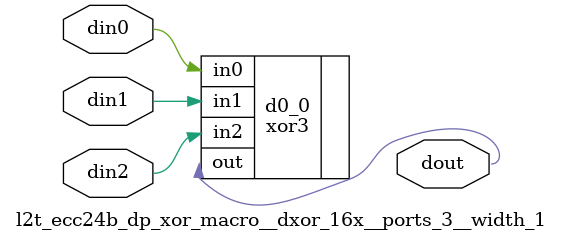
<source format=v>
module l2t_ecc24b_dp (
  din, 
  dout, 
  parity);
wire p1_10;
wire p1_11;
wire p1_12;
wire p1_13;
wire p1_14;
wire p1_20;
wire p2_10;
wire p2_11;
wire p2_12;
wire p2_13;
wire p2_20;
wire p4_10;
wire p4_11;
wire p4_12;
wire p4_13;
wire p4_20;
wire p8_10;
wire p8_11;
wire p8_12;
wire p8_13;
wire p8_20;
wire p16_10;
wire p16_11;
wire p16_12;
wire p16_13;
wire p16_20;
wire p30_10;
wire p30_11;
wire p30_12;
wire p30_13;
wire p30_14;
wire p30_20;


// Input Ports
input  [23:0] din ;

// Output Ports
output [23:0] dout ;
output [5:0]  parity ;

wire   [23:0] dout ;
wire   [5:0]  parity ;

// Local Reg and Wires
wire          p1 ;
wire          p2 ;
wire          p4 ;
wire          p8 ;
wire          p16 ;
wire          p30 ;


//----|--|--|--|--|--|--|--|--|--|--|--|--|--|--|---|---|---|---|---|---|---|---|---|---|---|---|---|---|---|---|
//    |1 |2 |3 |4 |5 |6 |7 |8 |9 |10|11|12|13|14|15 |16 |17 |18 |19 |20 |21 |22 |23 |24 |25 |26 |27 |28 |29 |30 |
//    |P1|P2|D0|P4|D1|D2|D3|P8|D4|D5|D6|D7|D8|D9|D10|P16|D11|D12|D13|D14|D15|D16|D17|D18|D19|D20|D21|D22|D23|P30|
//----|--|--|--|--|--|--|--|--|--|--|--|--|--|--|---|---|---|---|---|---|---|---|---|---|---|---|---|---|---|---|
//P1  |  |  |* |  |* |  |* |  |* |  |* |  |* |  | * |   | * |   | * |   | * |   | * |   | * |   | * |   | * |   |
//P2  |  |  |* |  |  |* |* |  |  |* |* |  |  |* | * |   |   | * | * |   |   | * | * |   |   | * | * |   |   |   |
//P4  |  |  |  |  |* |* |* |  |  |  |  |* |* |* | * |   |   |   |   | * | * | * | * |   |   |   |   | * | * |   |
//P8  |  |  |  |  |  |  |  |  |* |* |* |* |* |* | * |   |   |   |   |   |   |   |   | * | * | * | * | * | * |   |
//P16 |  |  |  |  |  |  |  |  |  |  |  |  |  |  |   |   | * | * | * | * | * | * | * | * | * | * | * | * | * |   |
//----|--|--|--|--|--|--|--|--|--|--|--|--|--|--|---|---|---|---|---|---|---|---|---|---|---|---|---|---|---|---|
//p30 |  |  |* |  |* |* |  |  |* |* |  |* |  |  | * |   | * | * |   | * |   |   | * | * |   |   | * |   | * |   |
//----|--|--|--|--|--|--|--|--|--|--|--|--|--|--|---|---|---|---|---|---|---|---|---|---|---|---|---|---|---|---|

//
//assign p1  = din[0]  ^ din[1]  ^ din[3]  ^ din[4]  ^ din[6]  ^ din[8]  ^
//             din[10] ^ din[11] ^ din[13] ^ din[15] ^ din[17] ^ din[19] ^
//             din[21] ^ din[23] ;

l2t_ecc24b_dp_xor_macro__dxor_8x__ports_3__width_1 p1_slice_10  (
        .dout   (p1_10),
        .din0   (din[0]),
        .din1   (din[1]),
        .din2   (din[3])
        );

l2t_ecc24b_dp_xor_macro__dxor_8x__ports_3__width_1 p1_slice_11  (
        .dout   (p1_11),
        .din0   (din[4]),
        .din1   (din[6]),
        .din2   (din[8])
        );

l2t_ecc24b_dp_xor_macro__dxor_8x__ports_3__width_1 p1_slice_12  (
        .dout   (p1_12),
        .din0   (din[10]),
        .din1   (din[11]),
        .din2   (din[13])
        );

l2t_ecc24b_dp_xor_macro__dxor_8x__ports_3__width_1 p1_slice_13  (
        .dout   (p1_13),
        .din0   (din[15]),
        .din1   (din[17]),
        .din2   (din[19])
        );

l2t_ecc24b_dp_xor_macro__dxor_8x__ports_2__width_1 p1_slice_14  (
        .dout   (p1_14),
        .din0   (din[21]),
        .din1   (din[23])
        );

l2t_ecc24b_dp_xor_macro__dxor_8x__ports_3__width_1 p1_slice_20  (
        .dout   (p1_20),
        .din0   (p1_10),
        .din1   (p1_11),
        .din2   (p1_12)
        );

l2t_ecc24b_dp_xor_macro__dxor_16x__ports_3__width_1 p1_slice  (
        .dout   (p1),
        .din0   (p1_20),
        .din1   (p1_13),
        .din2   (p1_14)
        );



//assign p2  = din[0]  ^ din[2]  ^ din[3]  ^ din[5]  ^ din[6]  ^ din[9]  ^
//             din[10] ^ din[12] ^ din[13] ^ din[16] ^ din[17] ^ din[20] ^
//             din[21] ;

l2t_ecc24b_dp_xor_macro__dxor_8x__ports_3__width_1 p2_slice_10  (
        .dout   (p2_10),
        .din0   (din[0]),
        .din1   (din[2]),
        .din2   (din[3])
        );

l2t_ecc24b_dp_xor_macro__dxor_8x__ports_3__width_1 p2_slice_11  (
        .dout   (p2_11),
        .din0   (din[5]),
        .din1   (din[6]),
        .din2   (din[9])
        );

l2t_ecc24b_dp_xor_macro__dxor_8x__ports_3__width_1 p2_slice_12  (
        .dout   (p2_12),
        .din0   (din[10]),
        .din1   (din[12]),
        .din2   (din[13])
        );

l2t_ecc24b_dp_xor_macro__dxor_8x__ports_3__width_1 p2_slice_13  (
        .dout   (p2_13),
        .din0   (din[16]),
        .din1   (din[17]),
        .din2   (din[20])
        );

l2t_ecc24b_dp_xor_macro__dxor_8x__ports_3__width_1 p2_slice_20  (
        .dout   (p2_20),
        .din0   (p2_10),
        .din1   (p2_11),
        .din2   (p2_12)
        );

l2t_ecc24b_dp_xor_macro__dxor_16x__ports_3__width_1 p2_slice  (
        .dout   (p2),
        .din0   (p2_20),
        .din1   (p2_13),
        .din2   (din[21])
        );



//assign p4  = din[1]  ^ din[2]  ^ din[3]  ^ din[7]  ^ din[8]  ^ din[9]  ^
//             din[10] ^ din[14] ^ din[15] ^ din[16] ^ din[17] ^ din[22] ^
//             din[23] ;

l2t_ecc24b_dp_xor_macro__dxor_8x__ports_3__width_1 p4_slice_10  (
        .dout   (p4_10),
        .din0   (din[1]),
        .din1   (din[2]),
        .din2   (din[3])
        );

l2t_ecc24b_dp_xor_macro__dxor_8x__ports_3__width_1 p4_slice_11  (
        .dout   (p4_11),
        .din0   (din[7]),
        .din1   (din[8]),
        .din2   (din[9])
        );

l2t_ecc24b_dp_xor_macro__dxor_8x__ports_3__width_1 p4_slice_12  (
        .dout   (p4_12),
        .din0   (din[10]),
        .din1   (din[14]),
        .din2   (din[15])
        );

l2t_ecc24b_dp_xor_macro__dxor_8x__ports_3__width_1 p4_slice_13  (
        .dout   (p4_13),
        .din0   (din[16]),
        .din1   (din[17]),
        .din2   (din[22])
        );

l2t_ecc24b_dp_xor_macro__dxor_8x__ports_3__width_1 p4_slice_20  (
        .dout   (p4_20),
        .din0   (p4_10),
        .din1   (p4_11),
        .din2   (p4_12)
        );

l2t_ecc24b_dp_xor_macro__dxor_16x__ports_3__width_1 p4_slice  (
        .dout   (p4),
        .din0   (p4_20),
        .din1   (p4_13),
        .din2   (din[23])
        );



//assign p8  = din[4]  ^ din[5]  ^ din[6]  ^ din[7]  ^ din[8]  ^ din[9]  ^
//             din[10] ^ din[18] ^ din[19] ^ din[20] ^ din[21] ^ din[22] ^
//             din[23] ;

l2t_ecc24b_dp_xor_macro__dxor_8x__ports_3__width_1 p8_slice_10  (
        .dout   (p8_10),
        .din0   (din[4]),
        .din1   (din[5]),
        .din2   (din[6])
        );

l2t_ecc24b_dp_xor_macro__dxor_8x__ports_3__width_1 p8_slice_11  (
        .dout   (p8_11),
        .din0   (din[7]),
        .din1   (din[8]),
        .din2   (din[9])
        );

l2t_ecc24b_dp_xor_macro__dxor_8x__ports_3__width_1 p8_slice_12  (
        .dout   (p8_12),
        .din0   (din[10]),
        .din1   (din[18]),
        .din2   (din[19])
        );

l2t_ecc24b_dp_xor_macro__dxor_8x__ports_3__width_1 p8_slice_13  (
        .dout   (p8_13),
        .din0   (din[20]),
        .din1   (din[21]),
        .din2   (din[22])
        );

l2t_ecc24b_dp_xor_macro__dxor_8x__ports_3__width_1 p8_slice_20  (
        .dout   (p8_20),
        .din0   (p8_10),
        .din1   (p8_11),
        .din2   (p8_12)
        );

l2t_ecc24b_dp_xor_macro__dxor_16x__ports_3__width_1 p8_slice  (
        .dout   (p8),
        .din0   (p8_20),
        .din1   (p8_13),
        .din2   (din[23])
        );



//assign p16 = din[11] ^ din[12] ^ din[13] ^ din[14] ^ din[15] ^ din[16] ^
//             din[17] ^ din[18] ^ din[19] ^ din[20] ^ din[21] ^ din[22] ^
//             din[23] ;

l2t_ecc24b_dp_xor_macro__dxor_8x__ports_3__width_1 p16_slice_10  (
        .dout   (p16_10),
        .din0   (din[11]),
        .din1   (din[12]),
        .din2   (din[13])
        );

l2t_ecc24b_dp_xor_macro__dxor_8x__ports_3__width_1 p16_slice_11  (
        .dout   (p16_11),
        .din0   (din[14]),
        .din1   (din[15]),
        .din2   (din[16])
        );

l2t_ecc24b_dp_xor_macro__dxor_8x__ports_3__width_1 p16_slice_12  (
        .dout   (p16_12),
        .din0   (din[17]),
        .din1   (din[18]),
        .din2   (din[19])
        );

l2t_ecc24b_dp_xor_macro__dxor_8x__ports_3__width_1 p16_slice_13  (
        .dout   (p16_13),
        .din0   (din[20]),
        .din1   (din[21]),
        .din2   (din[22])
        );

l2t_ecc24b_dp_xor_macro__dxor_8x__ports_3__width_1 p16_slice_20  (
        .dout   (p16_20),
        .din0   (p16_10),
        .din1   (p16_11),
        .din2   (p16_12)
        );

l2t_ecc24b_dp_xor_macro__dxor_16x__ports_3__width_1 p16_slice  (
        .dout   (p16),
        .din0   (p16_20),
        .din1   (p16_13),
        .din2   (din[23])
        );



//assign p30 = din[0]  ^ din[1]  ^ din[2]  ^ din[4]  ^ din[5]  ^
//             din[7]  ^ din[10] ^ din[11] ^ din[12] ^ din[14] ^
//             din[17] ^ din[18] ^ din[21] ^ din[23] ;

l2t_ecc24b_dp_xor_macro__dxor_8x__ports_3__width_1 p30_slice_10  (
        .dout   (p30_10),
        .din0   (din[0]),
        .din1   (din[1]),
        .din2   (din[2])
        );

l2t_ecc24b_dp_xor_macro__dxor_8x__ports_3__width_1 p30_slice_11  (
        .dout   (p30_11),
        .din0   (din[4]),
        .din1   (din[5]),
        .din2   (din[7])
        );

l2t_ecc24b_dp_xor_macro__dxor_8x__ports_3__width_1 p30_slice_12  (
        .dout   (p30_12),
        .din0   (din[10]),
        .din1   (din[11]),
        .din2   (din[12])
        );

l2t_ecc24b_dp_xor_macro__dxor_8x__ports_3__width_1 p30_slice_13  (
        .dout   (p30_13),
        .din0   (din[14]),
        .din1   (din[17]),
        .din2   (din[18])
        );

l2t_ecc24b_dp_xor_macro__dxor_8x__ports_2__width_1 p30_slice_14  (
        .dout   (p30_14),
        .din0   (din[21]),
        .din1   (din[23])
        );

l2t_ecc24b_dp_xor_macro__dxor_8x__ports_3__width_1 p30_slice_20  (
        .dout   (p30_20),
        .din0   (p30_10),
        .din1   (p30_11),
        .din2   (p30_12)
        );

l2t_ecc24b_dp_xor_macro__dxor_16x__ports_3__width_1 p30_slice  (
        .dout   (p30),
        .din0   (p30_20),
        .din1   (p30_13),
        .din2   (p30_14)
        );



assign dout   = din[23:0] ;

//buff_macro  buff_dout	(width=24,stack=24r)
//	(
//	.dout	(dout[23:0]),
//	.din	(din[23:0])
//	);
//
assign parity = {p30, p16, p8, p4, p2, p1} ;
//
//buff_macro  buff_parity   (width=6,stack=6c)
//        (
//        .dout   (parity[5:0]),
//        .din    ({p30, p16, p8, p4, p2, p1})
//        );
//

endmodule


//
//   xor macro for ports = 2,3
//
//





module l2t_ecc24b_dp_xor_macro__dxor_8x__ports_3__width_1 (
  din0, 
  din1, 
  din2, 
  dout);
  input [0:0] din0;
  input [0:0] din1;
  input [0:0] din2;
  output [0:0] dout;





xor3 /*#(1)*/  d0_0 (
.in0(din0[0:0]),
.in1(din1[0:0]),
.in2(din2[0:0]),
.out(dout[0:0])
);








endmodule





//
//   xor macro for ports = 2,3
//
//





module l2t_ecc24b_dp_xor_macro__dxor_8x__ports_2__width_1 (
  din0, 
  din1, 
  dout);
  input [0:0] din0;
  input [0:0] din1;
  output [0:0] dout;





xor2 /*#(1)*/  d0_0 (
.in0(din0[0:0]),
.in1(din1[0:0]),
.out(dout[0:0])
);








endmodule





//
//   xor macro for ports = 2,3
//
//





module l2t_ecc24b_dp_xor_macro__dxor_16x__ports_3__width_1 (
  din0, 
  din1, 
  din2, 
  dout);
  input [0:0] din0;
  input [0:0] din1;
  input [0:0] din2;
  output [0:0] dout;





xor3 /*#(1)*/  d0_0 (
.in0(din0[0:0]),
.in1(din1[0:0]),
.in2(din2[0:0]),
.out(dout[0:0])
);








endmodule





</source>
